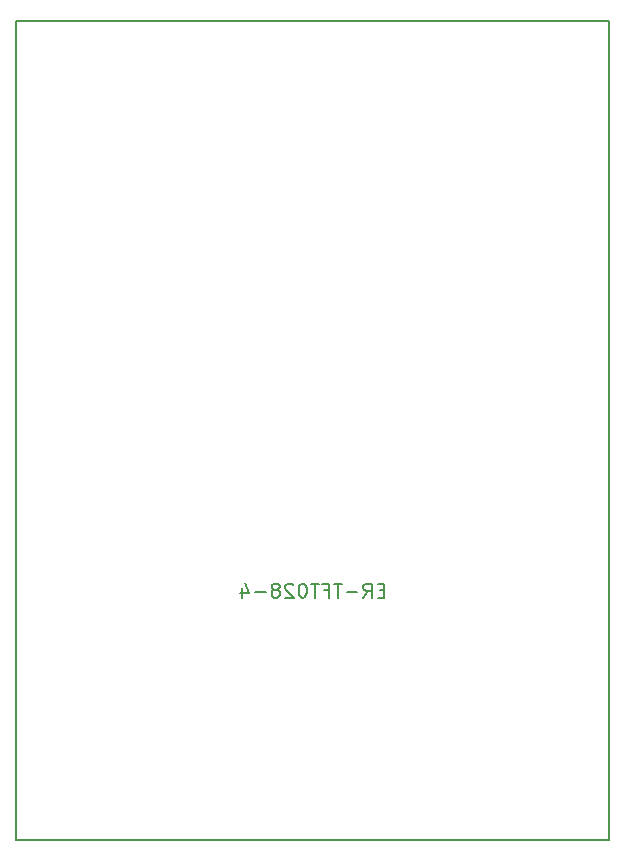
<source format=gbo>
G04 #@! TF.FileFunction,Legend,Bot*
%FSLAX46Y46*%
G04 Gerber Fmt 4.6, Leading zero omitted, Abs format (unit mm)*
G04 Created by KiCad (PCBNEW 4.0.1-stable) date 3/14/2016 3:22:51 AM*
%MOMM*%
G01*
G04 APERTURE LIST*
%ADD10C,0.100000*%
%ADD11C,0.150000*%
G04 APERTURE END LIST*
D10*
D11*
X128150000Y-140350000D02*
X128150000Y-71050000D01*
X178300000Y-140350000D02*
X128100000Y-140350000D01*
X178350000Y-71050000D02*
X178350000Y-140350000D01*
X128150000Y-71050000D02*
X178350000Y-71050000D01*
X128150000Y-140350000D02*
X128150000Y-71050000D01*
X178300000Y-140350000D02*
X128100000Y-140350000D01*
X178350000Y-71050000D02*
X178350000Y-140350000D01*
X128150000Y-71050000D02*
X178350000Y-71050000D01*
X159307142Y-119239286D02*
X158907142Y-119239286D01*
X158735713Y-119867857D02*
X159307142Y-119867857D01*
X159307142Y-118667857D01*
X158735713Y-118667857D01*
X157535713Y-119867857D02*
X157935713Y-119296429D01*
X158221428Y-119867857D02*
X158221428Y-118667857D01*
X157764285Y-118667857D01*
X157649999Y-118725000D01*
X157592856Y-118782143D01*
X157535713Y-118896429D01*
X157535713Y-119067857D01*
X157592856Y-119182143D01*
X157649999Y-119239286D01*
X157764285Y-119296429D01*
X158221428Y-119296429D01*
X157021428Y-119410714D02*
X156107142Y-119410714D01*
X155707142Y-118667857D02*
X155021428Y-118667857D01*
X155364285Y-119867857D02*
X155364285Y-118667857D01*
X154221428Y-119239286D02*
X154621428Y-119239286D01*
X154621428Y-119867857D02*
X154621428Y-118667857D01*
X154049999Y-118667857D01*
X153764285Y-118667857D02*
X153078571Y-118667857D01*
X153421428Y-119867857D02*
X153421428Y-118667857D01*
X152449999Y-118667857D02*
X152335714Y-118667857D01*
X152221428Y-118725000D01*
X152164285Y-118782143D01*
X152107142Y-118896429D01*
X152049999Y-119125000D01*
X152049999Y-119410714D01*
X152107142Y-119639286D01*
X152164285Y-119753571D01*
X152221428Y-119810714D01*
X152335714Y-119867857D01*
X152449999Y-119867857D01*
X152564285Y-119810714D01*
X152621428Y-119753571D01*
X152678571Y-119639286D01*
X152735714Y-119410714D01*
X152735714Y-119125000D01*
X152678571Y-118896429D01*
X152621428Y-118782143D01*
X152564285Y-118725000D01*
X152449999Y-118667857D01*
X151592857Y-118782143D02*
X151535714Y-118725000D01*
X151421428Y-118667857D01*
X151135714Y-118667857D01*
X151021428Y-118725000D01*
X150964285Y-118782143D01*
X150907142Y-118896429D01*
X150907142Y-119010714D01*
X150964285Y-119182143D01*
X151649999Y-119867857D01*
X150907142Y-119867857D01*
X150221428Y-119182143D02*
X150335714Y-119125000D01*
X150392857Y-119067857D01*
X150450000Y-118953571D01*
X150450000Y-118896429D01*
X150392857Y-118782143D01*
X150335714Y-118725000D01*
X150221428Y-118667857D01*
X149992857Y-118667857D01*
X149878571Y-118725000D01*
X149821428Y-118782143D01*
X149764285Y-118896429D01*
X149764285Y-118953571D01*
X149821428Y-119067857D01*
X149878571Y-119125000D01*
X149992857Y-119182143D01*
X150221428Y-119182143D01*
X150335714Y-119239286D01*
X150392857Y-119296429D01*
X150450000Y-119410714D01*
X150450000Y-119639286D01*
X150392857Y-119753571D01*
X150335714Y-119810714D01*
X150221428Y-119867857D01*
X149992857Y-119867857D01*
X149878571Y-119810714D01*
X149821428Y-119753571D01*
X149764285Y-119639286D01*
X149764285Y-119410714D01*
X149821428Y-119296429D01*
X149878571Y-119239286D01*
X149992857Y-119182143D01*
X149250000Y-119410714D02*
X148335714Y-119410714D01*
X147250000Y-119067857D02*
X147250000Y-119867857D01*
X147535714Y-118610714D02*
X147821429Y-119467857D01*
X147078571Y-119467857D01*
X159307142Y-119239286D02*
X158907142Y-119239286D01*
X158735713Y-119867857D02*
X159307142Y-119867857D01*
X159307142Y-118667857D01*
X158735713Y-118667857D01*
X157535713Y-119867857D02*
X157935713Y-119296429D01*
X158221428Y-119867857D02*
X158221428Y-118667857D01*
X157764285Y-118667857D01*
X157649999Y-118725000D01*
X157592856Y-118782143D01*
X157535713Y-118896429D01*
X157535713Y-119067857D01*
X157592856Y-119182143D01*
X157649999Y-119239286D01*
X157764285Y-119296429D01*
X158221428Y-119296429D01*
X157021428Y-119410714D02*
X156107142Y-119410714D01*
X155707142Y-118667857D02*
X155021428Y-118667857D01*
X155364285Y-119867857D02*
X155364285Y-118667857D01*
X154221428Y-119239286D02*
X154621428Y-119239286D01*
X154621428Y-119867857D02*
X154621428Y-118667857D01*
X154049999Y-118667857D01*
X153764285Y-118667857D02*
X153078571Y-118667857D01*
X153421428Y-119867857D02*
X153421428Y-118667857D01*
X152449999Y-118667857D02*
X152335714Y-118667857D01*
X152221428Y-118725000D01*
X152164285Y-118782143D01*
X152107142Y-118896429D01*
X152049999Y-119125000D01*
X152049999Y-119410714D01*
X152107142Y-119639286D01*
X152164285Y-119753571D01*
X152221428Y-119810714D01*
X152335714Y-119867857D01*
X152449999Y-119867857D01*
X152564285Y-119810714D01*
X152621428Y-119753571D01*
X152678571Y-119639286D01*
X152735714Y-119410714D01*
X152735714Y-119125000D01*
X152678571Y-118896429D01*
X152621428Y-118782143D01*
X152564285Y-118725000D01*
X152449999Y-118667857D01*
X151592857Y-118782143D02*
X151535714Y-118725000D01*
X151421428Y-118667857D01*
X151135714Y-118667857D01*
X151021428Y-118725000D01*
X150964285Y-118782143D01*
X150907142Y-118896429D01*
X150907142Y-119010714D01*
X150964285Y-119182143D01*
X151649999Y-119867857D01*
X150907142Y-119867857D01*
X150221428Y-119182143D02*
X150335714Y-119125000D01*
X150392857Y-119067857D01*
X150450000Y-118953571D01*
X150450000Y-118896429D01*
X150392857Y-118782143D01*
X150335714Y-118725000D01*
X150221428Y-118667857D01*
X149992857Y-118667857D01*
X149878571Y-118725000D01*
X149821428Y-118782143D01*
X149764285Y-118896429D01*
X149764285Y-118953571D01*
X149821428Y-119067857D01*
X149878571Y-119125000D01*
X149992857Y-119182143D01*
X150221428Y-119182143D01*
X150335714Y-119239286D01*
X150392857Y-119296429D01*
X150450000Y-119410714D01*
X150450000Y-119639286D01*
X150392857Y-119753571D01*
X150335714Y-119810714D01*
X150221428Y-119867857D01*
X149992857Y-119867857D01*
X149878571Y-119810714D01*
X149821428Y-119753571D01*
X149764285Y-119639286D01*
X149764285Y-119410714D01*
X149821428Y-119296429D01*
X149878571Y-119239286D01*
X149992857Y-119182143D01*
X149250000Y-119410714D02*
X148335714Y-119410714D01*
X147250000Y-119067857D02*
X147250000Y-119867857D01*
X147535714Y-118610714D02*
X147821429Y-119467857D01*
X147078571Y-119467857D01*
M02*

</source>
